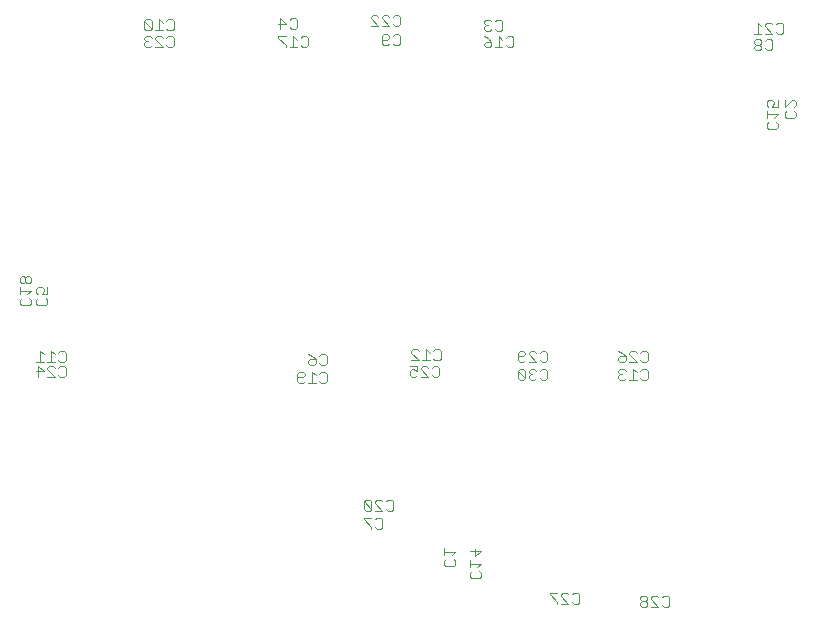
<source format=gbl>
G75*
%MOIN*%
%OFA0B0*%
%FSLAX25Y25*%
%IPPOS*%
%LPD*%
%AMOC8*
5,1,8,0,0,1.08239X$1,22.5*
%
%ADD10C,0.00300*%
D10*
X0040782Y0094709D02*
X0040782Y0098412D01*
X0042633Y0096561D01*
X0040165Y0096561D01*
X0040165Y0099709D02*
X0042633Y0099709D01*
X0043848Y0099709D02*
X0046316Y0099709D01*
X0045082Y0099709D02*
X0045082Y0103412D01*
X0046316Y0102178D01*
X0047531Y0102795D02*
X0048148Y0103412D01*
X0049382Y0103412D01*
X0050000Y0102795D01*
X0050000Y0100326D01*
X0049382Y0099709D01*
X0048148Y0099709D01*
X0047531Y0100326D01*
X0048148Y0098412D02*
X0049382Y0098412D01*
X0050000Y0097795D01*
X0050000Y0095326D01*
X0049382Y0094709D01*
X0048148Y0094709D01*
X0047531Y0095326D01*
X0046316Y0094709D02*
X0043848Y0097178D01*
X0043848Y0097795D01*
X0044465Y0098412D01*
X0045699Y0098412D01*
X0046316Y0097795D01*
X0047531Y0097795D02*
X0048148Y0098412D01*
X0046316Y0094709D02*
X0043848Y0094709D01*
X0041399Y0099709D02*
X0041399Y0103412D01*
X0042633Y0102178D01*
X0043295Y0118500D02*
X0040826Y0118500D01*
X0040209Y0119118D01*
X0040209Y0120352D01*
X0040826Y0120969D01*
X0040826Y0122184D02*
X0040209Y0122801D01*
X0040209Y0124035D01*
X0040826Y0124652D01*
X0042061Y0124652D01*
X0042678Y0124035D01*
X0042678Y0123418D01*
X0042061Y0122184D01*
X0043912Y0122184D01*
X0043912Y0124652D01*
X0043295Y0120969D02*
X0043912Y0120352D01*
X0043912Y0119118D01*
X0043295Y0118500D01*
X0038412Y0119118D02*
X0037795Y0118500D01*
X0035326Y0118500D01*
X0034709Y0119118D01*
X0034709Y0120352D01*
X0035326Y0120969D01*
X0034709Y0122184D02*
X0034709Y0124652D01*
X0034709Y0123418D02*
X0038412Y0123418D01*
X0037178Y0122184D01*
X0037795Y0120969D02*
X0038412Y0120352D01*
X0038412Y0119118D01*
X0037795Y0125867D02*
X0037178Y0125867D01*
X0036561Y0126484D01*
X0036561Y0127718D01*
X0035943Y0128335D01*
X0035326Y0128335D01*
X0034709Y0127718D01*
X0034709Y0126484D01*
X0035326Y0125867D01*
X0035943Y0125867D01*
X0036561Y0126484D01*
X0036561Y0127718D02*
X0037178Y0128335D01*
X0037795Y0128335D01*
X0038412Y0127718D01*
X0038412Y0126484D01*
X0037795Y0125867D01*
X0076782Y0204709D02*
X0078016Y0204709D01*
X0078633Y0205326D01*
X0079848Y0204709D02*
X0082316Y0204709D01*
X0079848Y0207178D01*
X0079848Y0207795D01*
X0080465Y0208412D01*
X0081699Y0208412D01*
X0082316Y0207795D01*
X0083531Y0207795D02*
X0084148Y0208412D01*
X0085382Y0208412D01*
X0086000Y0207795D01*
X0086000Y0205326D01*
X0085382Y0204709D01*
X0084148Y0204709D01*
X0083531Y0205326D01*
X0078633Y0207795D02*
X0078016Y0208412D01*
X0076782Y0208412D01*
X0076165Y0207795D01*
X0076165Y0207178D01*
X0076782Y0206561D01*
X0076165Y0205943D01*
X0076165Y0205326D01*
X0076782Y0204709D01*
X0076782Y0206561D02*
X0077399Y0206561D01*
X0076782Y0210209D02*
X0078016Y0210209D01*
X0078633Y0210826D01*
X0076165Y0213295D01*
X0076165Y0210826D01*
X0076782Y0210209D01*
X0078633Y0210826D02*
X0078633Y0213295D01*
X0078016Y0213912D01*
X0076782Y0213912D01*
X0076165Y0213295D01*
X0079848Y0210209D02*
X0082316Y0210209D01*
X0081082Y0210209D02*
X0081082Y0213912D01*
X0082316Y0212678D01*
X0083531Y0213295D02*
X0084148Y0213912D01*
X0085382Y0213912D01*
X0086000Y0213295D01*
X0086000Y0210826D01*
X0085382Y0210209D01*
X0084148Y0210209D01*
X0083531Y0210826D01*
X0120915Y0212443D02*
X0123384Y0212443D01*
X0121532Y0214294D01*
X0121532Y0210591D01*
X0120915Y0208294D02*
X0120915Y0207677D01*
X0123384Y0205208D01*
X0123384Y0204591D01*
X0124598Y0204591D02*
X0127067Y0204591D01*
X0125832Y0204591D02*
X0125832Y0208294D01*
X0127067Y0207060D01*
X0128281Y0207677D02*
X0128898Y0208294D01*
X0130133Y0208294D01*
X0130750Y0207677D01*
X0130750Y0205208D01*
X0130133Y0204591D01*
X0128898Y0204591D01*
X0128281Y0205208D01*
X0123384Y0208294D02*
X0120915Y0208294D01*
X0124598Y0211208D02*
X0125215Y0210591D01*
X0126449Y0210591D01*
X0127067Y0211208D01*
X0127067Y0213677D01*
X0126449Y0214294D01*
X0125215Y0214294D01*
X0124598Y0213677D01*
X0151665Y0214178D02*
X0151665Y0214795D01*
X0152282Y0215412D01*
X0153516Y0215412D01*
X0154133Y0214795D01*
X0155348Y0214795D02*
X0155348Y0214178D01*
X0157816Y0211709D01*
X0155348Y0211709D01*
X0154133Y0211709D02*
X0151665Y0214178D01*
X0151665Y0211709D02*
X0154133Y0211709D01*
X0155348Y0214795D02*
X0155965Y0215412D01*
X0157199Y0215412D01*
X0157816Y0214795D01*
X0159031Y0214795D02*
X0159648Y0215412D01*
X0160882Y0215412D01*
X0161500Y0214795D01*
X0161500Y0212326D01*
X0160882Y0211709D01*
X0159648Y0211709D01*
X0159031Y0212326D01*
X0159648Y0208912D02*
X0160882Y0208912D01*
X0161500Y0208295D01*
X0161500Y0205826D01*
X0160882Y0205209D01*
X0159648Y0205209D01*
X0159031Y0205826D01*
X0157816Y0205826D02*
X0157199Y0205209D01*
X0155965Y0205209D01*
X0155348Y0205826D01*
X0155348Y0208295D01*
X0155965Y0208912D01*
X0157199Y0208912D01*
X0157816Y0208295D01*
X0157816Y0207678D01*
X0157199Y0207061D01*
X0155348Y0207061D01*
X0159031Y0208295D02*
X0159648Y0208912D01*
X0189415Y0208294D02*
X0190649Y0207677D01*
X0191884Y0206443D01*
X0190032Y0206443D01*
X0189415Y0205825D01*
X0189415Y0205208D01*
X0190032Y0204591D01*
X0191266Y0204591D01*
X0191884Y0205208D01*
X0191884Y0206443D01*
X0193098Y0204591D02*
X0195567Y0204591D01*
X0194332Y0204591D02*
X0194332Y0208294D01*
X0195567Y0207060D01*
X0196781Y0207677D02*
X0197398Y0208294D01*
X0198633Y0208294D01*
X0199250Y0207677D01*
X0199250Y0205208D01*
X0198633Y0204591D01*
X0197398Y0204591D01*
X0196781Y0205208D01*
X0194949Y0210091D02*
X0193715Y0210091D01*
X0193098Y0210708D01*
X0191884Y0210708D02*
X0191266Y0210091D01*
X0190032Y0210091D01*
X0189415Y0210708D01*
X0189415Y0211325D01*
X0190032Y0211943D01*
X0190649Y0211943D01*
X0190032Y0211943D02*
X0189415Y0212560D01*
X0189415Y0213177D01*
X0190032Y0213794D01*
X0191266Y0213794D01*
X0191884Y0213177D01*
X0193098Y0213177D02*
X0193715Y0213794D01*
X0194949Y0213794D01*
X0195567Y0213177D01*
X0195567Y0210708D01*
X0194949Y0210091D01*
X0279415Y0209091D02*
X0281884Y0209091D01*
X0283098Y0209091D02*
X0285567Y0209091D01*
X0283098Y0211560D01*
X0283098Y0212177D01*
X0283715Y0212794D01*
X0284949Y0212794D01*
X0285567Y0212177D01*
X0286781Y0212177D02*
X0287398Y0212794D01*
X0288633Y0212794D01*
X0289250Y0212177D01*
X0289250Y0209708D01*
X0288633Y0209091D01*
X0287398Y0209091D01*
X0286781Y0209708D01*
X0284949Y0207294D02*
X0283715Y0207294D01*
X0283098Y0206677D01*
X0281884Y0206677D02*
X0281884Y0206060D01*
X0281266Y0205443D01*
X0280032Y0205443D01*
X0279415Y0204825D01*
X0279415Y0204208D01*
X0280032Y0203591D01*
X0281266Y0203591D01*
X0281884Y0204208D01*
X0281884Y0204825D01*
X0281266Y0205443D01*
X0280032Y0205443D02*
X0279415Y0206060D01*
X0279415Y0206677D01*
X0280032Y0207294D01*
X0281266Y0207294D01*
X0281884Y0206677D01*
X0280649Y0209091D02*
X0280649Y0212794D01*
X0281884Y0211560D01*
X0284949Y0207294D02*
X0285567Y0206677D01*
X0285567Y0204208D01*
X0284949Y0203591D01*
X0283715Y0203591D01*
X0283098Y0204208D01*
X0284208Y0187085D02*
X0283591Y0186468D01*
X0283591Y0185234D01*
X0284208Y0184616D01*
X0285443Y0184616D02*
X0286060Y0185851D01*
X0286060Y0186468D01*
X0285443Y0187085D01*
X0284208Y0187085D01*
X0285443Y0184616D02*
X0287294Y0184616D01*
X0287294Y0187085D01*
X0289591Y0187085D02*
X0289591Y0184616D01*
X0292060Y0187085D01*
X0292677Y0187085D01*
X0293294Y0186468D01*
X0293294Y0185234D01*
X0292677Y0184616D01*
X0292677Y0183402D02*
X0293294Y0182785D01*
X0293294Y0181551D01*
X0292677Y0180933D01*
X0290208Y0180933D01*
X0289591Y0181551D01*
X0289591Y0182785D01*
X0290208Y0183402D01*
X0287294Y0182168D02*
X0286060Y0180933D01*
X0286677Y0179719D02*
X0287294Y0179102D01*
X0287294Y0177867D01*
X0286677Y0177250D01*
X0284208Y0177250D01*
X0283591Y0177867D01*
X0283591Y0179102D01*
X0284208Y0179719D01*
X0283591Y0180933D02*
X0283591Y0183402D01*
X0283591Y0182168D02*
X0287294Y0182168D01*
X0243382Y0103412D02*
X0244000Y0102795D01*
X0244000Y0100326D01*
X0243382Y0099709D01*
X0242148Y0099709D01*
X0241531Y0100326D01*
X0240316Y0099709D02*
X0237848Y0099709D01*
X0236633Y0100326D02*
X0236016Y0099709D01*
X0234782Y0099709D01*
X0234165Y0100326D01*
X0234165Y0100943D01*
X0234782Y0101561D01*
X0236633Y0101561D01*
X0236633Y0100326D01*
X0236633Y0101561D02*
X0235399Y0102795D01*
X0234165Y0103412D01*
X0237848Y0102795D02*
X0238465Y0103412D01*
X0239699Y0103412D01*
X0240316Y0102795D01*
X0241531Y0102795D02*
X0242148Y0103412D01*
X0243382Y0103412D01*
X0240316Y0099709D02*
X0237848Y0102178D01*
X0237848Y0102795D01*
X0239082Y0097412D02*
X0239082Y0093709D01*
X0240316Y0093709D02*
X0237848Y0093709D01*
X0236633Y0094326D02*
X0236016Y0093709D01*
X0234782Y0093709D01*
X0234165Y0094326D01*
X0234165Y0094943D01*
X0234782Y0095561D01*
X0235399Y0095561D01*
X0234782Y0095561D02*
X0234165Y0096178D01*
X0234165Y0096795D01*
X0234782Y0097412D01*
X0236016Y0097412D01*
X0236633Y0096795D01*
X0239082Y0097412D02*
X0240316Y0096178D01*
X0241531Y0096795D02*
X0242148Y0097412D01*
X0243382Y0097412D01*
X0244000Y0096795D01*
X0244000Y0094326D01*
X0243382Y0093709D01*
X0242148Y0093709D01*
X0241531Y0094326D01*
X0210500Y0094326D02*
X0209882Y0093709D01*
X0208648Y0093709D01*
X0208031Y0094326D01*
X0206816Y0094326D02*
X0206199Y0093709D01*
X0204965Y0093709D01*
X0204348Y0094326D01*
X0204348Y0094943D01*
X0204965Y0095561D01*
X0205582Y0095561D01*
X0204965Y0095561D02*
X0204348Y0096178D01*
X0204348Y0096795D01*
X0204965Y0097412D01*
X0206199Y0097412D01*
X0206816Y0096795D01*
X0208031Y0096795D02*
X0208648Y0097412D01*
X0209882Y0097412D01*
X0210500Y0096795D01*
X0210500Y0094326D01*
X0209882Y0099709D02*
X0208648Y0099709D01*
X0208031Y0100326D01*
X0206816Y0099709D02*
X0204348Y0099709D01*
X0203133Y0100326D02*
X0202516Y0099709D01*
X0201282Y0099709D01*
X0200665Y0100326D01*
X0200665Y0102795D01*
X0201282Y0103412D01*
X0202516Y0103412D01*
X0203133Y0102795D01*
X0203133Y0102178D01*
X0202516Y0101561D01*
X0200665Y0101561D01*
X0204348Y0102178D02*
X0204348Y0102795D01*
X0204965Y0103412D01*
X0206199Y0103412D01*
X0206816Y0102795D01*
X0208031Y0102795D02*
X0208648Y0103412D01*
X0209882Y0103412D01*
X0210500Y0102795D01*
X0210500Y0100326D01*
X0209882Y0099709D01*
X0206816Y0099709D02*
X0204348Y0102178D01*
X0202516Y0097412D02*
X0201282Y0097412D01*
X0200665Y0096795D01*
X0203133Y0094326D01*
X0202516Y0093709D01*
X0201282Y0093709D01*
X0200665Y0094326D01*
X0200665Y0096795D01*
X0202516Y0097412D02*
X0203133Y0096795D01*
X0203133Y0094326D01*
X0174500Y0095326D02*
X0173882Y0094709D01*
X0172648Y0094709D01*
X0172031Y0095326D01*
X0170816Y0094709D02*
X0168348Y0097178D01*
X0168348Y0097795D01*
X0168965Y0098412D01*
X0170199Y0098412D01*
X0170816Y0097795D01*
X0172031Y0097795D02*
X0172648Y0098412D01*
X0173882Y0098412D01*
X0174500Y0097795D01*
X0174500Y0095326D01*
X0170816Y0094709D02*
X0168348Y0094709D01*
X0167133Y0095326D02*
X0166516Y0094709D01*
X0165282Y0094709D01*
X0164665Y0095326D01*
X0164665Y0096561D01*
X0165282Y0097178D01*
X0165899Y0097178D01*
X0167133Y0096561D01*
X0167133Y0098412D01*
X0164665Y0098412D01*
X0165165Y0100209D02*
X0167633Y0100209D01*
X0165165Y0102678D01*
X0165165Y0103295D01*
X0165782Y0103912D01*
X0167016Y0103912D01*
X0167633Y0103295D01*
X0170082Y0103912D02*
X0170082Y0100209D01*
X0171316Y0100209D02*
X0168848Y0100209D01*
X0171316Y0102678D02*
X0170082Y0103912D01*
X0172531Y0103295D02*
X0173148Y0103912D01*
X0174382Y0103912D01*
X0175000Y0103295D01*
X0175000Y0100826D01*
X0174382Y0100209D01*
X0173148Y0100209D01*
X0172531Y0100826D01*
X0137000Y0101795D02*
X0137000Y0099326D01*
X0136382Y0098709D01*
X0135148Y0098709D01*
X0134531Y0099326D01*
X0133316Y0099326D02*
X0132699Y0098709D01*
X0131465Y0098709D01*
X0130848Y0099326D01*
X0130848Y0099943D01*
X0131465Y0100561D01*
X0133316Y0100561D01*
X0133316Y0099326D01*
X0133316Y0100561D02*
X0132082Y0101795D01*
X0130848Y0102412D01*
X0134531Y0101795D02*
X0135148Y0102412D01*
X0136382Y0102412D01*
X0137000Y0101795D01*
X0136382Y0096412D02*
X0135148Y0096412D01*
X0134531Y0095795D01*
X0133316Y0095178D02*
X0132082Y0096412D01*
X0132082Y0092709D01*
X0133316Y0092709D02*
X0130848Y0092709D01*
X0129633Y0093326D02*
X0129016Y0092709D01*
X0127782Y0092709D01*
X0127165Y0093326D01*
X0127165Y0095795D01*
X0127782Y0096412D01*
X0129016Y0096412D01*
X0129633Y0095795D01*
X0129633Y0095178D01*
X0129016Y0094561D01*
X0127165Y0094561D01*
X0134531Y0093326D02*
X0135148Y0092709D01*
X0136382Y0092709D01*
X0137000Y0093326D01*
X0137000Y0095795D01*
X0136382Y0096412D01*
X0150032Y0053794D02*
X0149415Y0053177D01*
X0151884Y0050708D01*
X0151266Y0050091D01*
X0150032Y0050091D01*
X0149415Y0050708D01*
X0149415Y0053177D01*
X0150032Y0053794D02*
X0151266Y0053794D01*
X0151884Y0053177D01*
X0151884Y0050708D01*
X0153098Y0050091D02*
X0155567Y0050091D01*
X0153098Y0052560D01*
X0153098Y0053177D01*
X0153715Y0053794D01*
X0154949Y0053794D01*
X0155567Y0053177D01*
X0156781Y0053177D02*
X0157398Y0053794D01*
X0158633Y0053794D01*
X0159250Y0053177D01*
X0159250Y0050708D01*
X0158633Y0050091D01*
X0157398Y0050091D01*
X0156781Y0050708D01*
X0154949Y0047794D02*
X0153715Y0047794D01*
X0153098Y0047177D01*
X0151884Y0047794D02*
X0149415Y0047794D01*
X0149415Y0047177D01*
X0151884Y0044708D01*
X0151884Y0044091D01*
X0153098Y0044708D02*
X0153715Y0044091D01*
X0154949Y0044091D01*
X0155567Y0044708D01*
X0155567Y0047177D01*
X0154949Y0047794D01*
X0176209Y0037652D02*
X0176209Y0035184D01*
X0176209Y0036418D02*
X0179912Y0036418D01*
X0178678Y0035184D01*
X0179295Y0033969D02*
X0179912Y0033352D01*
X0179912Y0032118D01*
X0179295Y0031500D01*
X0176826Y0031500D01*
X0176209Y0032118D01*
X0176209Y0033352D01*
X0176826Y0033969D01*
X0184709Y0033652D02*
X0184709Y0031184D01*
X0184709Y0032418D02*
X0188412Y0032418D01*
X0187178Y0031184D01*
X0187795Y0029969D02*
X0188412Y0029352D01*
X0188412Y0028118D01*
X0187795Y0027500D01*
X0185326Y0027500D01*
X0184709Y0028118D01*
X0184709Y0029352D01*
X0185326Y0029969D01*
X0186561Y0034867D02*
X0186561Y0037335D01*
X0188412Y0036718D02*
X0186561Y0034867D01*
X0188412Y0036718D02*
X0184709Y0036718D01*
X0211415Y0022794D02*
X0211415Y0022177D01*
X0213884Y0019708D01*
X0213884Y0019091D01*
X0215098Y0019091D02*
X0217567Y0019091D01*
X0215098Y0021560D01*
X0215098Y0022177D01*
X0215715Y0022794D01*
X0216949Y0022794D01*
X0217567Y0022177D01*
X0218781Y0022177D02*
X0219398Y0022794D01*
X0220633Y0022794D01*
X0221250Y0022177D01*
X0221250Y0019708D01*
X0220633Y0019091D01*
X0219398Y0019091D01*
X0218781Y0019708D01*
X0213884Y0022794D02*
X0211415Y0022794D01*
X0241415Y0021177D02*
X0241415Y0020560D01*
X0242032Y0019943D01*
X0243266Y0019943D01*
X0243884Y0020560D01*
X0243884Y0021177D01*
X0243266Y0021794D01*
X0242032Y0021794D01*
X0241415Y0021177D01*
X0242032Y0019943D02*
X0241415Y0019325D01*
X0241415Y0018708D01*
X0242032Y0018091D01*
X0243266Y0018091D01*
X0243884Y0018708D01*
X0243884Y0019325D01*
X0243266Y0019943D01*
X0245098Y0020560D02*
X0245098Y0021177D01*
X0245715Y0021794D01*
X0246949Y0021794D01*
X0247567Y0021177D01*
X0248781Y0021177D02*
X0249398Y0021794D01*
X0250633Y0021794D01*
X0251250Y0021177D01*
X0251250Y0018708D01*
X0250633Y0018091D01*
X0249398Y0018091D01*
X0248781Y0018708D01*
X0247567Y0018091D02*
X0245098Y0020560D01*
X0245098Y0018091D02*
X0247567Y0018091D01*
M02*

</source>
